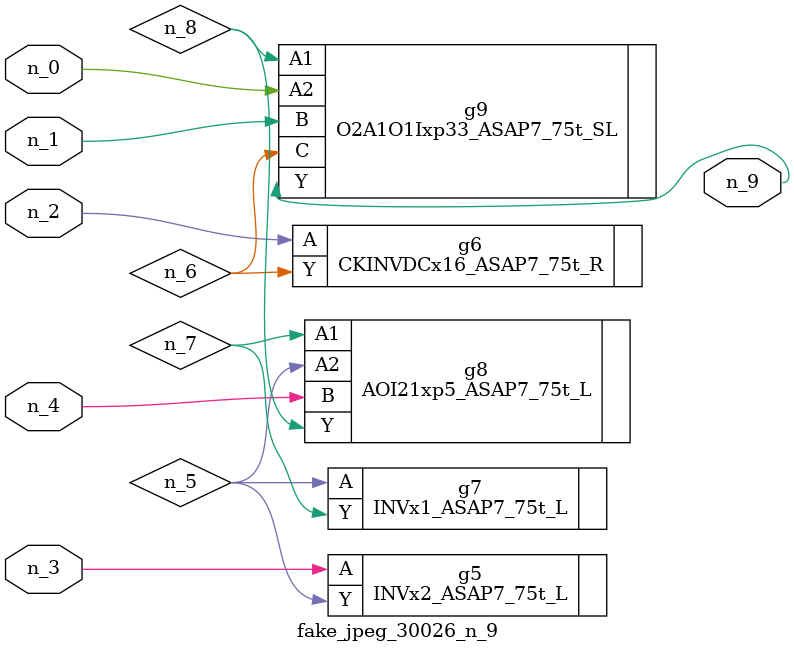
<source format=v>
module fake_jpeg_30026_n_9 (n_3, n_2, n_1, n_0, n_4, n_9);

input n_3;
input n_2;
input n_1;
input n_0;
input n_4;

output n_9;

wire n_8;
wire n_6;
wire n_5;
wire n_7;

INVx2_ASAP7_75t_L g5 ( 
.A(n_3),
.Y(n_5)
);

CKINVDCx16_ASAP7_75t_R g6 ( 
.A(n_2),
.Y(n_6)
);

INVx1_ASAP7_75t_L g7 ( 
.A(n_5),
.Y(n_7)
);

AOI21xp5_ASAP7_75t_L g8 ( 
.A1(n_7),
.A2(n_5),
.B(n_4),
.Y(n_8)
);

O2A1O1Ixp33_ASAP7_75t_SL g9 ( 
.A1(n_8),
.A2(n_0),
.B(n_1),
.C(n_6),
.Y(n_9)
);


endmodule
</source>
